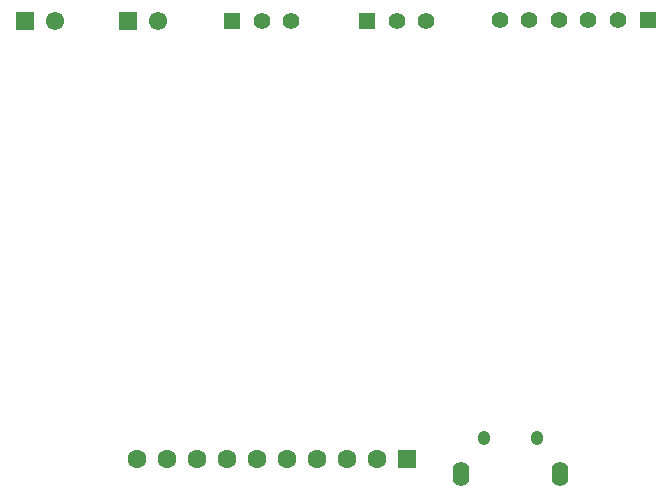
<source format=gbr>
%TF.GenerationSoftware,Altium Limited,Altium Designer,21.4.1 (30)*%
G04 Layer_Color=255*
%FSLAX25Y25*%
%MOIN*%
%TF.SameCoordinates,82249629-20A9-4E05-8B69-989CC10A5609*%
%TF.FilePolarity,Positive*%
%TF.FileFunction,Pads,Bot*%
%TF.Part,Single*%
G01*
G75*
%TA.AperFunction,ComponentPad*%
%ADD31R,0.05512X0.05512*%
%ADD32C,0.05512*%
%ADD33R,0.06102X0.06102*%
%ADD34C,0.06102*%
%ADD35O,0.04134X0.04921*%
%ADD36C,0.06299*%
%ADD37R,0.06299X0.06299*%
%ADD40O,0.05512X0.08268*%
D31*
X135657Y157453D02*
D03*
X229106Y157717D02*
D03*
X90657Y157453D02*
D03*
D32*
X145500D02*
D03*
X155343D02*
D03*
X219264Y157717D02*
D03*
X209421D02*
D03*
X199579D02*
D03*
X189736D02*
D03*
X179894D02*
D03*
X110343Y157453D02*
D03*
X100500D02*
D03*
D33*
X56079D02*
D03*
X21657Y157386D02*
D03*
D34*
X65921Y157453D02*
D03*
X31500Y157386D02*
D03*
D35*
X192260Y18413D02*
D03*
X174740D02*
D03*
D36*
X79000Y11386D02*
D03*
X89000D02*
D03*
X109000D02*
D03*
X129000D02*
D03*
X139000D02*
D03*
X119000D02*
D03*
X99000D02*
D03*
X69000D02*
D03*
X59000D02*
D03*
D37*
X149000D02*
D03*
D40*
X167063Y6386D02*
D03*
X199937D02*
D03*
%TF.MD5,a013bd6b8a75e3570c41c9c66c58d7e4*%
M02*

</source>
